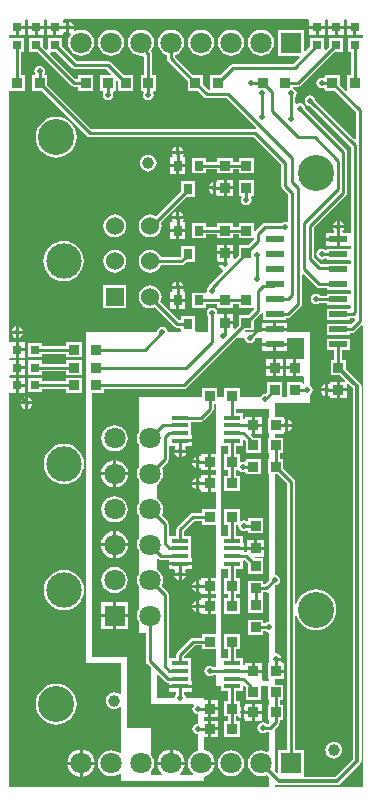
<source format=gtl>
G04*
G04 #@! TF.GenerationSoftware,Altium Limited,Altium Designer,20.0.11 (256)*
G04*
G04 Layer_Physical_Order=1*
G04 Layer_Color=255*
%FSLAX44Y44*%
%MOMM*%
G71*
G01*
G75*
%ADD11C,0.2500*%
%ADD13C,0.3000*%
%ADD14C,1.0000*%
%ADD15R,0.9000X0.9000*%
%ADD16R,1.4500X0.4500*%
%ADD17R,1.5500X0.6000*%
%ADD18R,0.9000X0.9000*%
%ADD19R,0.8000X0.9000*%
%ADD33C,0.5000*%
%ADD34R,0.8000X0.8000*%
%ADD35R,0.8000X0.8000*%
%ADD36C,0.2540*%
%ADD37C,3.0480*%
%ADD38C,3.0000*%
%ADD39R,1.5300X1.5300*%
%ADD40C,1.5300*%
%ADD41R,1.8000X1.8000*%
%ADD42C,1.8000*%
%ADD43R,1.8000X1.8000*%
G36*
X286502Y649540D02*
X286502Y648730D01*
Y644270D01*
X293043D01*
Y643000D01*
X294312D01*
Y636460D01*
X299583Y636460D01*
X300000Y635363D01*
Y634754D01*
X299042Y634000D01*
X298730Y634000D01*
X287043D01*
Y622000D01*
X289686D01*
Y602500D01*
X286500D01*
Y589982D01*
X285261Y589425D01*
X280500Y594186D01*
Y602500D01*
X267500D01*
Y601153D01*
X266230Y600344D01*
X265000Y600588D01*
X263244Y600239D01*
X261756Y599244D01*
X260761Y597756D01*
X260412Y596000D01*
X260761Y594244D01*
X261756Y592756D01*
X263244Y591761D01*
X265000Y591412D01*
X266230Y591656D01*
X267500Y590847D01*
Y589500D01*
X275814D01*
X293686Y571627D01*
Y548659D01*
X292513Y548173D01*
X259564Y581122D01*
X259239Y582756D01*
X258244Y584244D01*
X256756Y585239D01*
X255000Y585588D01*
X253244Y585239D01*
X251756Y584244D01*
X250761Y582756D01*
X250412Y581000D01*
X250761Y579244D01*
X251756Y577756D01*
X253244Y576761D01*
X254878Y576436D01*
X289686Y541627D01*
Y470096D01*
X289290Y468990D01*
X288416Y468990D01*
X282860D01*
X282474Y470260D01*
X282634Y470366D01*
X283748Y472034D01*
X283886Y472730D01*
X274114D01*
X274252Y472034D01*
X275366Y470366D01*
X275526Y470260D01*
X275140Y468990D01*
X268710D01*
Y464720D01*
X279000D01*
Y463450D01*
X280270D01*
Y457910D01*
X288416D01*
X289290Y457910D01*
X289686Y456804D01*
Y456555D01*
X288750Y455750D01*
X288416Y455750D01*
X269250D01*
Y454765D01*
X267980Y454421D01*
X266756Y455239D01*
X265000Y455588D01*
X263244Y455239D01*
X261756Y454244D01*
X260761Y452756D01*
X260412Y451000D01*
X260761Y449244D01*
X261756Y447756D01*
X263244Y446761D01*
X265000Y446412D01*
X266756Y446761D01*
X267980Y447579D01*
X269250Y447235D01*
Y445750D01*
X288416D01*
X288750Y445750D01*
X289564Y445050D01*
Y443750D01*
X288750Y443050D01*
X288416Y443050D01*
X269250D01*
Y442349D01*
X264337D01*
X258314Y448373D01*
Y473628D01*
X285343Y500657D01*
X286061Y501732D01*
X286314Y503000D01*
Y537478D01*
X286061Y538746D01*
X285343Y539821D01*
X250749Y574416D01*
X250424Y576049D01*
X249429Y577538D01*
X247941Y578532D01*
X246185Y578881D01*
X244429Y578532D01*
X243584Y577967D01*
X242314Y578646D01*
Y583859D01*
X243239Y585244D01*
X243588Y587000D01*
X243239Y588756D01*
X242244Y590244D01*
X240756Y591239D01*
X240500Y591290D01*
Y592686D01*
X245000D01*
X246268Y592939D01*
X247343Y593657D01*
X275686Y622000D01*
X283000D01*
Y634000D01*
X271000D01*
Y626686D01*
X268173Y623859D01*
X267000Y624346D01*
Y634000D01*
X255000D01*
Y626686D01*
X251073Y622760D01*
X249900Y623246D01*
Y641000D01*
X227900D01*
Y619000D01*
X245655D01*
X246140Y617827D01*
X240627Y612314D01*
X190000D01*
X188732Y612061D01*
X187657Y611343D01*
X178814Y602500D01*
X170500D01*
Y589653D01*
X169033D01*
X164500Y594186D01*
Y602500D01*
X156186D01*
X140614Y618073D01*
Y619466D01*
X142847Y620392D01*
X145145Y622155D01*
X146909Y624453D01*
X148017Y627128D01*
X148395Y630000D01*
X148017Y632872D01*
X146909Y635547D01*
X145145Y637845D01*
X142847Y639608D01*
X140172Y640717D01*
X137300Y641095D01*
X134428Y640717D01*
X131753Y639608D01*
X129455Y637845D01*
X127691Y635547D01*
X126583Y632872D01*
X126205Y630000D01*
X126583Y627128D01*
X127691Y624453D01*
X129455Y622155D01*
X131753Y620392D01*
X133986Y619466D01*
Y616700D01*
X134239Y615432D01*
X134957Y614357D01*
X151500Y597814D01*
Y589500D01*
X159814D01*
X165318Y583996D01*
X166393Y583278D01*
X167661Y583026D01*
X184288D01*
X209380Y557933D01*
X208755Y556763D01*
X208500Y556814D01*
X69873D01*
X32500Y594186D01*
Y602500D01*
X30601D01*
X29922Y603770D01*
X30239Y604244D01*
X30588Y606000D01*
X30239Y607756D01*
X29244Y609244D01*
X27756Y610239D01*
X26000Y610588D01*
X24244Y610239D01*
X22756Y609244D01*
X21761Y607756D01*
X21412Y606000D01*
X21761Y604244D01*
X22078Y603770D01*
X21399Y602500D01*
X19500D01*
Y589500D01*
X27814D01*
X66157Y551157D01*
X67232Y550439D01*
X68500Y550186D01*
X207127D01*
X230686Y526627D01*
Y509000D01*
X230939Y507732D01*
X231657Y506657D01*
X236686Y501628D01*
Y479028D01*
X235416Y478306D01*
X234000Y478588D01*
X232244Y478239D01*
X230860Y477314D01*
X217000D01*
X215732Y477061D01*
X214657Y476343D01*
X208770Y470456D01*
X208297Y470516D01*
X207500Y470898D01*
Y477500D01*
X194500D01*
Y474314D01*
X189500D01*
Y477500D01*
X176500D01*
Y474314D01*
X167000D01*
Y477500D01*
X155000D01*
Y464500D01*
X167000D01*
Y467686D01*
X176500D01*
Y464500D01*
X189500D01*
Y467686D01*
X194500D01*
Y464500D01*
X207342Y464500D01*
X207575Y463261D01*
X202814Y458500D01*
X194500D01*
Y450186D01*
X191213Y446899D01*
X190040Y447385D01*
Y450730D01*
X183000D01*
X175960D01*
Y444960D01*
X177250D01*
X177817Y444270D01*
X183000D01*
Y441730D01*
X178114D01*
X178252Y441034D01*
X179366Y439366D01*
X180876Y438358D01*
X181352Y437201D01*
X181390Y437076D01*
X170076Y425762D01*
X169358Y424688D01*
X169119Y423487D01*
X168756Y423244D01*
X167761Y421756D01*
X167412Y420000D01*
X167499Y419563D01*
X166415Y418500D01*
X155000D01*
Y405500D01*
X167000D01*
Y408686D01*
X176500D01*
Y405500D01*
X189500D01*
Y408686D01*
X194500D01*
Y405500D01*
X207342Y405500D01*
X207575Y404261D01*
X202814Y399500D01*
X194500D01*
Y391186D01*
X191213Y387900D01*
X190040Y388386D01*
Y391730D01*
X183000D01*
Y393000D01*
X181730D01*
Y400040D01*
X177376D01*
X176588Y401000D01*
X176239Y402756D01*
X175244Y404244D01*
X173756Y405239D01*
X172000Y405588D01*
X170244Y405239D01*
X168756Y404244D01*
X167761Y402756D01*
X167412Y401000D01*
X167761Y399244D01*
X168686Y397859D01*
Y385000D01*
X159063D01*
X158000Y385500D01*
X158000Y386270D01*
Y398500D01*
X146000D01*
Y395314D01*
X143973D01*
X128358Y410928D01*
X129002Y412481D01*
X129333Y415000D01*
X129002Y417519D01*
X128029Y419867D01*
X126482Y421883D01*
X124467Y423429D01*
X122119Y424402D01*
X119600Y424733D01*
X117081Y424402D01*
X114733Y423429D01*
X112718Y421883D01*
X111171Y419867D01*
X110198Y417519D01*
X109867Y415000D01*
X110198Y412481D01*
X111171Y410133D01*
X112718Y408117D01*
X114733Y406571D01*
X117081Y405598D01*
X119600Y405267D01*
X122119Y405598D01*
X123672Y406242D01*
X140257Y389657D01*
X141332Y388939D01*
X142600Y388686D01*
X145102D01*
X146000Y387788D01*
X146000Y385500D01*
X144937Y385000D01*
X134588D01*
X134239Y386756D01*
X133244Y388244D01*
X131756Y389239D01*
X130000Y389588D01*
X128244Y389239D01*
X126756Y388244D01*
X125761Y386756D01*
X125436Y385122D01*
X125314Y385000D01*
X65000D01*
Y105000D01*
X95000D01*
Y78594D01*
X93730Y78194D01*
X92530Y79114D01*
X90827Y79820D01*
X89000Y80060D01*
X87173Y79820D01*
X85470Y79114D01*
X84008Y77993D01*
X82886Y76530D01*
X82180Y74827D01*
X81940Y73000D01*
X82180Y71173D01*
X82886Y69470D01*
X84008Y68008D01*
X85470Y66885D01*
X87173Y66180D01*
X89000Y65940D01*
X90827Y66180D01*
X92530Y66885D01*
X93730Y67806D01*
X95000Y67406D01*
Y28944D01*
X93730Y28317D01*
X92048Y29609D01*
X89372Y30717D01*
X86500Y31095D01*
X83628Y30717D01*
X80953Y29609D01*
X78655Y27845D01*
X76891Y25547D01*
X75783Y22872D01*
X75405Y20000D01*
X75783Y17128D01*
X76891Y14453D01*
X78655Y12155D01*
X80953Y10391D01*
X83628Y9283D01*
X86500Y8905D01*
X89372Y9283D01*
X92048Y10391D01*
X93730Y11683D01*
X95000Y11056D01*
Y5000D01*
X165000D01*
Y8663D01*
X165713Y8757D01*
X168520Y9920D01*
X170930Y11770D01*
X172780Y14180D01*
X173943Y16988D01*
X174172Y18730D01*
X162700D01*
Y21270D01*
X174172D01*
X173943Y23013D01*
X172780Y25820D01*
X170930Y28230D01*
X168520Y30080D01*
X165713Y31243D01*
X165000Y31337D01*
Y41960D01*
X168730D01*
Y49000D01*
Y56040D01*
X165000D01*
Y59002D01*
X168730D01*
Y66042D01*
Y73082D01*
X165000D01*
Y75000D01*
X150139D01*
X149748Y76967D01*
X148634Y78634D01*
X148175Y78940D01*
X148560Y80210D01*
X154790D01*
Y83730D01*
X145000D01*
X135210D01*
Y80210D01*
X141440D01*
X141825Y78940D01*
X141366Y78634D01*
X140252Y76967D01*
X139861Y75000D01*
X125000D01*
Y94654D01*
X126173Y95140D01*
X132157Y89157D01*
X133232Y88439D01*
X134500Y88186D01*
X135210D01*
Y86270D01*
X145000D01*
X154790D01*
Y89790D01*
X154250D01*
Y100250D01*
Y108750D01*
X148314D01*
Y110627D01*
X157373Y119686D01*
X163500D01*
Y116500D01*
X175000D01*
Y101314D01*
X173141D01*
X171756Y102239D01*
X170000Y102588D01*
X168244Y102239D01*
X166756Y101244D01*
X165761Y99756D01*
X165412Y98000D01*
X165761Y96244D01*
X166756Y94756D01*
X168244Y93761D01*
X170000Y93412D01*
X171756Y93761D01*
X173141Y94686D01*
X175000D01*
Y85000D01*
X179750D01*
Y80750D01*
X185686D01*
Y72543D01*
X182500D01*
Y59542D01*
X185686D01*
Y55500D01*
X182500D01*
Y42500D01*
X195500D01*
Y55500D01*
X192314D01*
Y59542D01*
X194249D01*
X194366Y59366D01*
X196033Y58252D01*
X196730Y58114D01*
Y63000D01*
Y67923D01*
X195500Y68802D01*
Y72543D01*
X192314D01*
Y80750D01*
X198250D01*
Y85000D01*
X200314D01*
X200500Y84814D01*
Y73542D01*
X213500D01*
Y85000D01*
X219500D01*
Y73542D01*
X220000D01*
Y69500D01*
X219500D01*
Y56500D01*
X220000D01*
Y53686D01*
X219627Y53314D01*
X218141D01*
X216756Y54239D01*
X215000Y54588D01*
X213244Y54239D01*
X211756Y53244D01*
X210761Y51756D01*
X210412Y50000D01*
X210761Y48244D01*
X211756Y46756D01*
X213244Y45761D01*
X215000Y45412D01*
X216756Y45761D01*
X218141Y46686D01*
X220000D01*
Y30315D01*
X218730Y29740D01*
X216372Y30717D01*
X213500Y31095D01*
X210628Y30717D01*
X207952Y29609D01*
X205655Y27845D01*
X203892Y25547D01*
X202783Y22872D01*
X202405Y20000D01*
X202783Y17128D01*
X203892Y14453D01*
X205655Y12155D01*
X207952Y10391D01*
X210628Y9283D01*
X213500Y8905D01*
X216372Y9283D01*
X218351Y10103D01*
X220000Y8453D01*
Y0D01*
X0D01*
Y332381D01*
X460Y333460D01*
X1270Y333460D01*
X5730D01*
Y340000D01*
Y346540D01*
X896Y346540D01*
X349Y347500D01*
X896Y348460D01*
X5730D01*
Y355000D01*
Y361540D01*
X896Y361540D01*
X349Y362500D01*
X896Y363460D01*
X5730D01*
Y370000D01*
Y376540D01*
X1270D01*
X460Y376540D01*
X0Y377620D01*
Y588437D01*
X500Y589500D01*
X1270Y589500D01*
X13500D01*
Y602500D01*
X10314D01*
Y622000D01*
X12915D01*
Y634000D01*
X1270D01*
X915Y634000D01*
X0Y634857D01*
Y635345D01*
X375Y636460D01*
X1270Y636460D01*
X5645D01*
Y643000D01*
X6915D01*
Y644270D01*
X13455D01*
Y648730D01*
X13455Y649540D01*
X14534Y650000D01*
X15381D01*
X16460Y649540D01*
X16460Y648730D01*
Y644270D01*
X29540D01*
Y648730D01*
X29540Y649540D01*
X30619Y650000D01*
X31381D01*
X32460Y649540D01*
X32460Y648730D01*
Y644270D01*
X39000D01*
Y643000D01*
X40270D01*
Y636460D01*
X45540D01*
Y638491D01*
X46810Y639070D01*
X48033Y638252D01*
X48730Y638114D01*
Y643000D01*
Y647886D01*
X48033Y647748D01*
X46810Y646930D01*
X45540Y647509D01*
X45540Y649540D01*
X46619Y650000D01*
X253381D01*
X254460Y649540D01*
X254460Y648730D01*
Y644270D01*
X267540D01*
Y648730D01*
X267540Y649540D01*
X268619Y650000D01*
X269380D01*
X270460Y649540D01*
X270460Y648730D01*
Y644270D01*
X283540D01*
Y648730D01*
X283540Y649540D01*
X284619Y650000D01*
X285423D01*
X286502Y649540D01*
D02*
G37*
G36*
X260307Y423007D02*
X261382Y422289D01*
X262650Y422036D01*
X269250D01*
Y420350D01*
X288416D01*
X288750Y420350D01*
X289564Y419650D01*
Y418350D01*
X288750Y417650D01*
X288416Y417650D01*
X269250D01*
Y415964D01*
X263432D01*
X263244Y416244D01*
X261756Y417239D01*
X260000Y417588D01*
X258244Y417239D01*
X256756Y416244D01*
X255761Y414756D01*
X255412Y413000D01*
X255761Y411244D01*
X256756Y409756D01*
X258244Y408761D01*
X260000Y408412D01*
X261756Y408761D01*
X262617Y409336D01*
X269250D01*
Y407650D01*
X288416D01*
X288750Y407650D01*
X289564Y406950D01*
Y405883D01*
X288583Y404950D01*
X269250D01*
Y394950D01*
X288750D01*
Y396636D01*
X290950D01*
X292218Y396889D01*
X292269Y396922D01*
X293384Y396358D01*
X293496Y395182D01*
X290020Y391706D01*
X288750Y392232D01*
Y392250D01*
X269250D01*
Y382250D01*
X288750D01*
Y383936D01*
X290250D01*
X291518Y384189D01*
X292593Y384907D01*
X298730Y391044D01*
X300000Y390518D01*
Y0D01*
X225000D01*
Y1826D01*
X226270Y2281D01*
X227134Y1703D01*
X228500Y1431D01*
X278000D01*
X279366Y1703D01*
X280523Y2477D01*
X297523Y19477D01*
X298297Y20634D01*
X298569Y22000D01*
Y339000D01*
X298297Y340366D01*
X297523Y341523D01*
X285500Y353547D01*
Y361500D01*
X282314D01*
Y369550D01*
X288750D01*
Y379550D01*
X269250D01*
Y369550D01*
X275686D01*
Y361500D01*
X272500D01*
Y348500D01*
X280453D01*
X284740Y344213D01*
X284254Y343040D01*
X280270D01*
Y337270D01*
X286040D01*
Y341254D01*
X287213Y341740D01*
X291431Y337522D01*
Y23478D01*
X276522Y8569D01*
X250991D01*
X249900Y9000D01*
Y31000D01*
X242214D01*
Y144869D01*
X243484Y145057D01*
X243995Y143371D01*
X245596Y140376D01*
X247750Y137751D01*
X250376Y135596D01*
X253371Y133995D01*
X256620Y133010D01*
X260000Y132677D01*
X263380Y133010D01*
X266629Y133995D01*
X269624Y135596D01*
X272250Y137751D01*
X274404Y140376D01*
X276005Y143371D01*
X276991Y146620D01*
X277323Y150000D01*
X276991Y153380D01*
X276005Y156629D01*
X274404Y159624D01*
X272250Y162250D01*
X269624Y164404D01*
X266629Y166005D01*
X263380Y166991D01*
X260000Y167323D01*
X256620Y166991D01*
X253371Y166005D01*
X250376Y164404D01*
X247750Y162250D01*
X245596Y159624D01*
X243995Y156629D01*
X243484Y154943D01*
X242214Y155131D01*
Y258100D01*
X241961Y259368D01*
X241243Y260443D01*
X232500Y269186D01*
Y277500D01*
X229314D01*
Y282500D01*
X232500D01*
Y295500D01*
X225000D01*
Y299002D01*
X233040D01*
Y300250D01*
X233730Y300816D01*
Y306000D01*
Y311183D01*
X233040Y311750D01*
Y313083D01*
X225000D01*
Y325000D01*
X255000D01*
Y331943D01*
X255634Y332366D01*
X256748Y334034D01*
X257139Y336000D01*
X256748Y337966D01*
X255634Y339634D01*
X255000Y340057D01*
Y385000D01*
X235290D01*
Y385980D01*
X225000D01*
X214710D01*
Y385000D01*
X204697D01*
X204000Y385139D01*
X203302Y385000D01*
X200624D01*
X199945Y386270D01*
X200099Y386500D01*
X207500D01*
Y394814D01*
X213343Y400657D01*
X215036Y400906D01*
X215250Y400749D01*
Y394950D01*
X234750D01*
Y396636D01*
X235950D01*
X237218Y396889D01*
X238293Y397607D01*
X247343Y406657D01*
X248061Y407732D01*
X248314Y409000D01*
Y433341D01*
X249487Y433827D01*
X260307Y423007D01*
D02*
G37*
G36*
X250000Y362788D02*
X249040Y362040D01*
X248730Y362040D01*
X243270D01*
Y355000D01*
Y347960D01*
X248730D01*
X249040Y347960D01*
X250000Y347212D01*
Y341239D01*
X249770Y341101D01*
X248500Y341821D01*
Y342500D01*
X235500D01*
Y330000D01*
X231457D01*
Y342500D01*
X218458D01*
Y334186D01*
X216824Y332553D01*
X215244Y332239D01*
X213756Y331244D01*
X212924Y330000D01*
X195500D01*
Y337500D01*
X182500D01*
Y330000D01*
X176500D01*
Y337500D01*
X163500D01*
Y330000D01*
X110000D01*
Y300689D01*
X109892Y300548D01*
X108783Y297872D01*
X108405Y295000D01*
X108783Y292129D01*
X109892Y289453D01*
X110000Y289311D01*
Y270689D01*
X109892Y270548D01*
X108783Y267872D01*
X108405Y265000D01*
X108783Y262129D01*
X109892Y259453D01*
X110000Y259311D01*
Y240689D01*
X109892Y240548D01*
X108783Y237872D01*
X108405Y235000D01*
X108783Y232129D01*
X109892Y229453D01*
X110000Y229311D01*
Y210689D01*
X109892Y210548D01*
X108783Y207872D01*
X108405Y205000D01*
X108783Y202129D01*
X109892Y199453D01*
X110000Y199311D01*
Y180689D01*
X109892Y180548D01*
X108783Y177872D01*
X108405Y175000D01*
X108783Y172129D01*
X109892Y169453D01*
X110000Y169311D01*
Y150689D01*
X109892Y150548D01*
X108783Y147872D01*
X108405Y145000D01*
X108783Y142128D01*
X109892Y139453D01*
X110000Y139311D01*
Y130000D01*
X116186D01*
Y106500D01*
X116439Y105232D01*
X117157Y104157D01*
X120000Y101314D01*
Y70000D01*
X155775D01*
X156412Y68730D01*
X155761Y67756D01*
X155412Y66000D01*
X155761Y64244D01*
X156756Y62756D01*
X158244Y61761D01*
X160000Y61412D01*
Y53588D01*
X158244Y53239D01*
X156756Y52244D01*
X155761Y50756D01*
X155412Y49000D01*
X155761Y47244D01*
X156756Y45756D01*
X158244Y44761D01*
X160000Y44412D01*
Y30739D01*
X159828Y30717D01*
X157153Y29609D01*
X154855Y27845D01*
X153091Y25547D01*
X151983Y22872D01*
X151605Y20000D01*
X151983Y17128D01*
X153091Y14453D01*
X154855Y12155D01*
X156008Y11270D01*
X155577Y10000D01*
X145200D01*
X144791Y11203D01*
X145530Y11770D01*
X147380Y14180D01*
X148543Y16988D01*
X148772Y18730D01*
X125828D01*
X126057Y16988D01*
X127220Y14180D01*
X129070Y11770D01*
X129809Y11203D01*
X129400Y10000D01*
X120000D01*
Y12487D01*
X121509Y14453D01*
X122617Y17128D01*
X122995Y20000D01*
X122617Y22872D01*
X121509Y25547D01*
X120000Y27513D01*
Y50000D01*
X100000D01*
Y110000D01*
X70000D01*
Y333500D01*
X80500D01*
Y336686D01*
X148000D01*
X149268Y336939D01*
X150343Y337657D01*
X192686Y380000D01*
X199412D01*
X199761Y378244D01*
X200756Y376756D01*
X202244Y375761D01*
X204000Y375412D01*
X205756Y375761D01*
X207244Y376756D01*
X208239Y378244D01*
X208564Y379878D01*
X208686Y380000D01*
X214710D01*
Y375820D01*
X225000D01*
X235290D01*
Y380000D01*
X250000D01*
Y362788D01*
D02*
G37*
G36*
X175000Y282040D02*
X171270D01*
Y275000D01*
Y267960D01*
X175000D01*
Y264040D01*
X171270D01*
Y257000D01*
Y249960D01*
X175000D01*
Y235042D01*
X163500D01*
Y231856D01*
X155543D01*
X154275Y231604D01*
X153200Y230886D01*
X142657Y220343D01*
X141939Y219268D01*
X141686Y218000D01*
Y212750D01*
X135750D01*
X135314Y213839D01*
Y222500D01*
X135061Y223768D01*
X134343Y224843D01*
X129292Y229895D01*
X130217Y232129D01*
X130595Y235000D01*
X130217Y237872D01*
X129108Y240548D01*
X127345Y242845D01*
X125048Y244608D01*
X125000Y244628D01*
Y255372D01*
X125048Y255392D01*
X127345Y257155D01*
X129108Y259453D01*
X130217Y262129D01*
X130595Y265000D01*
X130217Y267872D01*
X129292Y270105D01*
X134343Y275157D01*
X135061Y276232D01*
X135314Y277500D01*
Y288253D01*
X140253D01*
X140931Y286982D01*
X140252Y285966D01*
X140114Y285270D01*
X149886D01*
X149748Y285966D01*
X149069Y286982D01*
X149747Y288253D01*
X154790D01*
Y291772D01*
X145000D01*
Y294312D01*
X154790D01*
Y297833D01*
X154250D01*
Y309229D01*
X162542D01*
X163811Y309481D01*
X164886Y310199D01*
X172343Y317657D01*
X173061Y318732D01*
X173314Y320000D01*
Y324500D01*
X175000D01*
Y282040D01*
D02*
G37*
G36*
X220000Y312542D02*
X219500D01*
Y299543D01*
X220000D01*
Y295500D01*
X219500D01*
Y282500D01*
X220000D01*
Y277500D01*
X219500D01*
Y264500D01*
X220000D01*
Y174686D01*
X216770Y171456D01*
X215500Y171658D01*
Y174500D01*
X202500D01*
Y161500D01*
X202500D01*
Y160500D01*
X202500D01*
Y147500D01*
X215500D01*
Y160500D01*
X215500D01*
Y161500D01*
X215500D01*
Y164686D01*
X218000D01*
X218730Y164832D01*
X219733Y164266D01*
X220000Y164016D01*
Y139588D01*
X218244Y139239D01*
X216859Y138314D01*
X215500D01*
Y141500D01*
X202500D01*
Y128500D01*
X215500D01*
Y131686D01*
X216859D01*
X218244Y130761D01*
X220000Y130412D01*
Y104500D01*
X219500D01*
Y91500D01*
X220000D01*
Y90000D01*
X214788D01*
X214040Y90960D01*
Y96730D01*
X207000D01*
Y98000D01*
X205730D01*
Y105040D01*
X199960D01*
Y104186D01*
X198690Y103529D01*
X198250Y103841D01*
Y108750D01*
X192314D01*
Y116500D01*
X195500D01*
Y129500D01*
X182500D01*
Y116500D01*
X185686D01*
Y108750D01*
X180000D01*
Y184750D01*
X185686D01*
Y176542D01*
X182500D01*
Y163542D01*
X185686D01*
Y159500D01*
X182500D01*
Y146500D01*
X195500D01*
Y159500D01*
X192314D01*
Y163542D01*
X195500D01*
Y176542D01*
X192314D01*
Y184750D01*
X198250D01*
Y191268D01*
X199520Y191794D01*
X202500Y188814D01*
Y180500D01*
X215500D01*
Y193500D01*
X208155D01*
X208029Y193690D01*
X208707Y194960D01*
X216040D01*
Y200730D01*
X201960D01*
Y199818D01*
X201928Y199721D01*
X200690Y198776D01*
X200500Y198814D01*
X198790D01*
Y200730D01*
X189000D01*
Y203270D01*
X198790D01*
Y206790D01*
X198250D01*
Y212750D01*
X192314D01*
Y222043D01*
X193618D01*
X194424Y221061D01*
X194412Y221000D01*
X194761Y219244D01*
X195756Y217756D01*
X197244Y216761D01*
X199000Y216412D01*
X200756Y216761D01*
X201230Y217078D01*
X202500Y216399D01*
Y214500D01*
X215500D01*
Y227500D01*
X202500D01*
Y225601D01*
X201230Y224922D01*
X200756Y225239D01*
X199000Y225588D01*
X197244Y225239D01*
X196770Y224922D01*
X195500Y225601D01*
Y235042D01*
X182500D01*
Y222043D01*
X185686D01*
Y212750D01*
X180000D01*
Y288792D01*
X185686D01*
Y281500D01*
X182500D01*
Y268500D01*
X185686D01*
Y263500D01*
X182500D01*
Y250500D01*
X195500D01*
Y263500D01*
X192314D01*
Y268500D01*
X194258D01*
X194756Y267756D01*
X196244Y266761D01*
X198000Y266412D01*
X199230Y266656D01*
X200500Y265847D01*
Y264500D01*
X213500D01*
Y277500D01*
X200500D01*
Y276153D01*
X199230Y275343D01*
X198000Y275588D01*
X196770Y275343D01*
X195500Y276153D01*
Y281500D01*
X192314D01*
Y288792D01*
X198250D01*
Y293405D01*
X199423Y293890D01*
X200436Y292878D01*
Y292250D01*
X200500Y291930D01*
Y282500D01*
X213500D01*
Y295500D01*
X206815D01*
X206811Y295518D01*
X206093Y296593D01*
X204857Y297829D01*
X205343Y299002D01*
X205730D01*
Y306042D01*
Y313083D01*
X199960D01*
Y312228D01*
X198690Y311572D01*
X198250Y311884D01*
Y316793D01*
X192314D01*
Y320000D01*
X220000D01*
Y312542D01*
D02*
G37*
G36*
X163500Y222043D02*
X175000D01*
Y177083D01*
X171270D01*
Y170042D01*
Y163002D01*
X175000D01*
Y160040D01*
X171270D01*
Y153000D01*
Y145960D01*
X175000D01*
Y129500D01*
X163500D01*
Y126314D01*
X156000D01*
X154732Y126061D01*
X153657Y125343D01*
X142657Y114343D01*
X141939Y113268D01*
X141686Y112000D01*
Y108750D01*
X135750D01*
X135314Y109839D01*
Y162500D01*
X135061Y163768D01*
X134343Y164843D01*
X129292Y169895D01*
X130217Y172129D01*
X130595Y175000D01*
X130217Y177872D01*
X129108Y180548D01*
X127345Y182845D01*
X125048Y184608D01*
X125000Y184628D01*
Y193155D01*
X126173Y193640D01*
X126657Y193157D01*
X127732Y192439D01*
X129000Y192186D01*
X135210D01*
Y190270D01*
X145000D01*
X154790D01*
Y193790D01*
X154250D01*
Y204250D01*
Y212750D01*
X148314D01*
Y216628D01*
X156915Y225229D01*
X163500D01*
Y222043D01*
D02*
G37*
G36*
X235586Y256727D02*
Y31000D01*
X227900D01*
Y12306D01*
X226727Y11820D01*
X225000Y13547D01*
Y49314D01*
X228343Y52657D01*
X229061Y53732D01*
X229314Y55000D01*
Y56500D01*
X232500D01*
Y69500D01*
X229314D01*
Y73542D01*
X232500D01*
Y86543D01*
X225000D01*
Y90960D01*
X233040D01*
Y96730D01*
X226000D01*
Y99270D01*
X233040D01*
Y105040D01*
X231495D01*
X230803Y106310D01*
X230886Y106730D01*
X226000D01*
Y109270D01*
X230886D01*
X230748Y109966D01*
X229634Y111634D01*
X227966Y112748D01*
X226000Y113139D01*
X225982Y113135D01*
X225000Y113941D01*
Y134303D01*
X225139Y135000D01*
X225000Y135697D01*
Y170314D01*
X225122Y170436D01*
X226756Y170761D01*
X228244Y171756D01*
X229239Y173244D01*
X229588Y175000D01*
X229239Y176756D01*
X228244Y178244D01*
X226756Y179239D01*
X225000Y179588D01*
Y264500D01*
X227814D01*
X235586Y256727D01*
D02*
G37*
%LPC*%
G36*
X51270Y647886D02*
Y644270D01*
X54886D01*
X54748Y644967D01*
X53634Y646634D01*
X51967Y647748D01*
X51270Y647886D01*
D02*
G37*
G36*
X283540Y641730D02*
X278270D01*
Y636460D01*
X283540D01*
Y641730D01*
D02*
G37*
G36*
X275730D02*
X270460D01*
Y636460D01*
X275730D01*
Y641730D01*
D02*
G37*
G36*
X267540D02*
X262270D01*
Y636460D01*
X267540D01*
Y641730D01*
D02*
G37*
G36*
X259730D02*
X254460D01*
Y636460D01*
X259730D01*
Y641730D01*
D02*
G37*
G36*
X37730D02*
X32460D01*
Y636460D01*
X37730D01*
Y641730D01*
D02*
G37*
G36*
X29540D02*
X24270D01*
Y636460D01*
X29540D01*
Y641730D01*
D02*
G37*
G36*
X21730D02*
X16460D01*
Y636460D01*
X21730D01*
Y641730D01*
D02*
G37*
G36*
X13455D02*
X8185D01*
Y636460D01*
X13455D01*
Y641730D01*
D02*
G37*
G36*
X291772D02*
X286502D01*
Y636460D01*
X291772D01*
Y641730D01*
D02*
G37*
G36*
X45000Y634000D02*
X33000D01*
Y624346D01*
X31827Y623859D01*
X29000Y626686D01*
Y634000D01*
X17000D01*
Y622000D01*
X24314D01*
X52657Y593657D01*
X53732Y592939D01*
X55000Y592686D01*
X58500D01*
Y589500D01*
X71500D01*
Y602500D01*
X58500D01*
Y599314D01*
X56373D01*
X34859Y620827D01*
X35345Y622000D01*
X40314D01*
X53657Y608657D01*
X54732Y607939D01*
X56000Y607686D01*
X82627D01*
X86641Y603673D01*
X86154Y602500D01*
X77500D01*
Y589500D01*
X79399D01*
X80078Y588230D01*
X79761Y587756D01*
X79412Y586000D01*
X79761Y584244D01*
X80756Y582756D01*
X82244Y581761D01*
X84000Y581412D01*
X85756Y581761D01*
X87244Y582756D01*
X88239Y584244D01*
X88588Y586000D01*
X88239Y587756D01*
X87922Y588230D01*
X88601Y589500D01*
X90500D01*
Y598068D01*
X91609Y598542D01*
X92500Y597808D01*
Y589500D01*
X105500D01*
Y602500D01*
X97186D01*
X86343Y613343D01*
X85268Y614061D01*
X84000Y614314D01*
X57373D01*
X45000Y626686D01*
Y634000D01*
D02*
G37*
G36*
X213500Y641095D02*
X210628Y640717D01*
X207952Y639608D01*
X205655Y637845D01*
X203892Y635547D01*
X202783Y632872D01*
X202405Y630000D01*
X202783Y627128D01*
X203892Y624453D01*
X205655Y622155D01*
X207952Y620392D01*
X210628Y619283D01*
X213500Y618905D01*
X216372Y619283D01*
X219048Y620392D01*
X221345Y622155D01*
X223109Y624453D01*
X224217Y627128D01*
X224595Y630000D01*
X224217Y632872D01*
X223109Y635547D01*
X221345Y637845D01*
X219048Y639608D01*
X216372Y640717D01*
X213500Y641095D01*
D02*
G37*
G36*
X188100D02*
X185228Y640717D01*
X182553Y639608D01*
X180255Y637845D01*
X178491Y635547D01*
X177383Y632872D01*
X177005Y630000D01*
X177383Y627128D01*
X178491Y624453D01*
X180255Y622155D01*
X182553Y620392D01*
X185228Y619283D01*
X188100Y618905D01*
X190972Y619283D01*
X193647Y620392D01*
X195945Y622155D01*
X197708Y624453D01*
X198817Y627128D01*
X199195Y630000D01*
X198817Y632872D01*
X197708Y635547D01*
X195945Y637845D01*
X193647Y639608D01*
X190972Y640717D01*
X188100Y641095D01*
D02*
G37*
G36*
X162700D02*
X159828Y640717D01*
X157153Y639608D01*
X154855Y637845D01*
X153091Y635547D01*
X151983Y632872D01*
X151605Y630000D01*
X151983Y627128D01*
X153091Y624453D01*
X154855Y622155D01*
X157153Y620392D01*
X159828Y619283D01*
X162700Y618905D01*
X165572Y619283D01*
X168248Y620392D01*
X170545Y622155D01*
X172309Y624453D01*
X173417Y627128D01*
X173795Y630000D01*
X173417Y632872D01*
X172309Y635547D01*
X170545Y637845D01*
X168248Y639608D01*
X165572Y640717D01*
X162700Y641095D01*
D02*
G37*
G36*
X86500D02*
X83628Y640717D01*
X80953Y639608D01*
X78655Y637845D01*
X76891Y635547D01*
X75783Y632872D01*
X75405Y630000D01*
X75783Y627128D01*
X76891Y624453D01*
X78655Y622155D01*
X80953Y620392D01*
X83628Y619283D01*
X86500Y618905D01*
X89372Y619283D01*
X92048Y620392D01*
X94345Y622155D01*
X96109Y624453D01*
X97217Y627128D01*
X97595Y630000D01*
X97217Y632872D01*
X96109Y635547D01*
X94345Y637845D01*
X92048Y639608D01*
X89372Y640717D01*
X86500Y641095D01*
D02*
G37*
G36*
X54886Y641730D02*
X51270D01*
Y638114D01*
X51967Y638252D01*
X52846Y637313D01*
X51491Y635547D01*
X50383Y632872D01*
X50005Y630000D01*
X50383Y627128D01*
X51491Y624453D01*
X53255Y622155D01*
X55553Y620392D01*
X58228Y619283D01*
X61100Y618905D01*
X63972Y619283D01*
X66648Y620392D01*
X68945Y622155D01*
X70708Y624453D01*
X71817Y627128D01*
X72195Y630000D01*
X71817Y632872D01*
X70708Y635547D01*
X68945Y637845D01*
X66648Y639608D01*
X63972Y640717D01*
X61100Y641095D01*
X58228Y640717D01*
X55553Y639608D01*
X55081Y639247D01*
X54142Y640127D01*
X54748Y641033D01*
X54886Y641730D01*
D02*
G37*
G36*
X111900Y641095D02*
X109028Y640717D01*
X106353Y639608D01*
X104055Y637845D01*
X102291Y635547D01*
X101183Y632872D01*
X100805Y630000D01*
X101183Y627128D01*
X102291Y624453D01*
X104055Y622155D01*
X106353Y620392D01*
X109028Y619283D01*
X111900Y618905D01*
X113731Y619146D01*
X114686Y618309D01*
Y602500D01*
X111500D01*
Y589500D01*
X113399D01*
X114078Y588230D01*
X113761Y587756D01*
X113412Y586000D01*
X113761Y584244D01*
X114756Y582756D01*
X116244Y581761D01*
X118000Y581412D01*
X119756Y581761D01*
X121244Y582756D01*
X122239Y584244D01*
X122588Y586000D01*
X122239Y587756D01*
X121922Y588230D01*
X122601Y589500D01*
X124500D01*
Y602500D01*
X121314D01*
Y620785D01*
X121061Y622054D01*
X120413Y623024D01*
X121509Y624453D01*
X122617Y627128D01*
X122995Y630000D01*
X122617Y632872D01*
X121509Y635547D01*
X119745Y637845D01*
X117448Y639608D01*
X114772Y640717D01*
X111900Y641095D01*
D02*
G37*
G36*
X144270Y541886D02*
Y538270D01*
X147886D01*
X147748Y538966D01*
X146634Y540634D01*
X144966Y541748D01*
X144270Y541886D01*
D02*
G37*
G36*
X141730D02*
X141033Y541748D01*
X139366Y540634D01*
X138252Y538966D01*
X138114Y538270D01*
X141730D01*
Y541886D01*
D02*
G37*
G36*
X40000Y567323D02*
X36620Y566991D01*
X33371Y566005D01*
X30376Y564404D01*
X27750Y562249D01*
X25596Y559624D01*
X23995Y556629D01*
X23010Y553380D01*
X22677Y550000D01*
X23010Y546620D01*
X23995Y543371D01*
X25596Y540376D01*
X27750Y537751D01*
X30376Y535596D01*
X33371Y533995D01*
X36620Y533009D01*
X40000Y532677D01*
X43380Y533009D01*
X46629Y533995D01*
X49624Y535596D01*
X52249Y537751D01*
X54404Y540376D01*
X56005Y543371D01*
X56990Y546620D01*
X57323Y550000D01*
X56990Y553380D01*
X56005Y556629D01*
X54404Y559624D01*
X52249Y562249D01*
X49624Y564404D01*
X46629Y566005D01*
X43380Y566991D01*
X40000Y567323D01*
D02*
G37*
G36*
X207500Y532500D02*
X194500D01*
Y529314D01*
X189500D01*
Y532500D01*
X176500D01*
Y529314D01*
X167000D01*
Y532500D01*
X155000D01*
Y519500D01*
X167000D01*
Y522686D01*
X176500D01*
Y519500D01*
X189500D01*
Y522686D01*
X194500D01*
Y519500D01*
X207500D01*
Y532500D01*
D02*
G37*
G36*
X147886Y535730D02*
X138114D01*
X138252Y535033D01*
X138736Y534310D01*
X138057Y533040D01*
X136460D01*
Y527270D01*
X149540D01*
Y533040D01*
X147943D01*
X147264Y534310D01*
X147748Y535033D01*
X147886Y535730D01*
D02*
G37*
G36*
X118000Y535060D02*
X116173Y534820D01*
X114470Y534114D01*
X113007Y532992D01*
X111885Y531530D01*
X111180Y529827D01*
X110940Y528000D01*
X111180Y526173D01*
X111885Y524470D01*
X113007Y523008D01*
X114470Y521885D01*
X116173Y521180D01*
X118000Y520940D01*
X119827Y521180D01*
X121530Y521885D01*
X122992Y523008D01*
X124114Y524470D01*
X124820Y526173D01*
X125060Y528000D01*
X124820Y529827D01*
X124114Y531530D01*
X122992Y532992D01*
X121530Y534114D01*
X119827Y534820D01*
X118000Y535060D01*
D02*
G37*
G36*
X149540Y524730D02*
X144270D01*
Y518960D01*
X149540D01*
Y524730D01*
D02*
G37*
G36*
X141730D02*
X136460D01*
Y518960D01*
X141730D01*
Y524730D01*
D02*
G37*
G36*
X190040Y514040D02*
X184270D01*
Y508270D01*
X190040D01*
Y514040D01*
D02*
G37*
G36*
X172730Y511886D02*
X172034Y511748D01*
X170366Y510634D01*
X169252Y508966D01*
X169114Y508270D01*
X172730D01*
Y511886D01*
D02*
G37*
G36*
Y505730D02*
X169114D01*
X169252Y505033D01*
X170366Y503366D01*
X172034Y502252D01*
X172730Y502114D01*
Y505730D01*
D02*
G37*
G36*
X190040D02*
X184270D01*
Y499960D01*
X190040D01*
Y505730D01*
D02*
G37*
G36*
X181730Y514040D02*
X175960D01*
Y512750D01*
X175270Y512184D01*
Y507000D01*
Y501816D01*
X175960Y501250D01*
Y499960D01*
X181730D01*
Y507000D01*
Y514040D01*
D02*
G37*
G36*
X207500Y513500D02*
X194500D01*
Y500500D01*
X196399D01*
X197078Y499230D01*
X196761Y498756D01*
X196412Y497000D01*
X196761Y495244D01*
X197756Y493756D01*
X199244Y492761D01*
X201000Y492412D01*
X202756Y492761D01*
X204244Y493756D01*
X205239Y495244D01*
X205588Y497000D01*
X205239Y498756D01*
X204922Y499230D01*
X205601Y500500D01*
X207500D01*
Y513500D01*
D02*
G37*
G36*
X158000Y512500D02*
X146000D01*
Y504686D01*
X124623Y483309D01*
X124467Y483429D01*
X122119Y484402D01*
X119600Y484733D01*
X117081Y484402D01*
X114733Y483429D01*
X112718Y481883D01*
X111171Y479867D01*
X110198Y477519D01*
X109867Y475000D01*
X110198Y472481D01*
X111171Y470133D01*
X112718Y468118D01*
X114733Y466571D01*
X117081Y465598D01*
X119600Y465267D01*
X122119Y465598D01*
X124467Y466571D01*
X126482Y468118D01*
X128029Y470133D01*
X129002Y472481D01*
X129333Y475000D01*
X129002Y477519D01*
X128768Y478082D01*
X150186Y499500D01*
X158000D01*
Y512500D01*
D02*
G37*
G36*
X144270Y486886D02*
Y483270D01*
X147886D01*
X147748Y483966D01*
X146634Y485634D01*
X144966Y486748D01*
X144270Y486886D01*
D02*
G37*
G36*
X141730D02*
X141033Y486748D01*
X139366Y485634D01*
X138252Y483966D01*
X138114Y483270D01*
X141730D01*
Y486886D01*
D02*
G37*
G36*
X280270Y478886D02*
Y475270D01*
X283886D01*
X283748Y475966D01*
X282634Y477634D01*
X280966Y478748D01*
X280270Y478886D01*
D02*
G37*
G36*
X277730D02*
X277034Y478748D01*
X275366Y477634D01*
X274252Y475966D01*
X274114Y475270D01*
X277730D01*
Y478886D01*
D02*
G37*
G36*
X147886Y480730D02*
X138114D01*
X138252Y480033D01*
X138736Y479310D01*
X138057Y478040D01*
X136460D01*
Y472270D01*
X149540D01*
Y478040D01*
X147943D01*
X147264Y479310D01*
X147748Y480033D01*
X147886Y480730D01*
D02*
G37*
G36*
X89600Y484733D02*
X87081Y484402D01*
X84733Y483429D01*
X82718Y481883D01*
X81171Y479867D01*
X80198Y477519D01*
X79867Y475000D01*
X80198Y472481D01*
X81171Y470133D01*
X82718Y468118D01*
X84733Y466571D01*
X87081Y465598D01*
X89600Y465267D01*
X92119Y465598D01*
X94467Y466571D01*
X96482Y468118D01*
X98029Y470133D01*
X99002Y472481D01*
X99333Y475000D01*
X99002Y477519D01*
X98029Y479867D01*
X96482Y481883D01*
X94467Y483429D01*
X92119Y484402D01*
X89600Y484733D01*
D02*
G37*
G36*
X149540Y469730D02*
X144270D01*
Y463960D01*
X149540D01*
Y469730D01*
D02*
G37*
G36*
X141730D02*
X136460D01*
Y463960D01*
X141730D01*
Y469730D01*
D02*
G37*
G36*
X277730Y462180D02*
X268710D01*
Y457910D01*
X277730D01*
Y462180D01*
D02*
G37*
G36*
X190040Y459040D02*
X184270D01*
Y453270D01*
X190040D01*
Y459040D01*
D02*
G37*
G36*
X181730D02*
X175960D01*
Y453270D01*
X181730D01*
Y459040D01*
D02*
G37*
G36*
X158000Y457500D02*
X146000D01*
Y449686D01*
X144627Y448314D01*
X128673D01*
X128029Y449867D01*
X126482Y451883D01*
X124467Y453429D01*
X122119Y454402D01*
X119600Y454733D01*
X117081Y454402D01*
X114733Y453429D01*
X112718Y451883D01*
X111171Y449867D01*
X110198Y447519D01*
X109867Y445000D01*
X110198Y442481D01*
X111171Y440133D01*
X112718Y438117D01*
X114733Y436571D01*
X117081Y435598D01*
X119600Y435267D01*
X122119Y435598D01*
X124467Y436571D01*
X126482Y438117D01*
X128029Y440133D01*
X128673Y441686D01*
X146000D01*
X147268Y441939D01*
X148343Y442657D01*
X150186Y444500D01*
X158000D01*
Y457500D01*
D02*
G37*
G36*
X89600Y454733D02*
X87081Y454402D01*
X84733Y453429D01*
X82718Y451883D01*
X81171Y449867D01*
X80198Y447519D01*
X79867Y445000D01*
X80198Y442481D01*
X81171Y440133D01*
X82718Y438117D01*
X84733Y436571D01*
X87081Y435598D01*
X89600Y435267D01*
X92119Y435598D01*
X94467Y436571D01*
X96482Y438117D01*
X98029Y440133D01*
X99002Y442481D01*
X99333Y445000D01*
X99002Y447519D01*
X98029Y449867D01*
X96482Y451883D01*
X94467Y453429D01*
X92119Y454402D01*
X89600Y454733D01*
D02*
G37*
G36*
X46400Y462082D02*
X43067Y461754D01*
X39863Y460782D01*
X36910Y459203D01*
X34321Y457079D01*
X32197Y454490D01*
X30618Y451537D01*
X29646Y448333D01*
X29318Y445000D01*
X29646Y441667D01*
X30618Y438463D01*
X32197Y435510D01*
X34321Y432921D01*
X36910Y430797D01*
X39863Y429218D01*
X43067Y428246D01*
X46400Y427918D01*
X49733Y428246D01*
X52937Y429218D01*
X55890Y430797D01*
X58479Y432921D01*
X60603Y435510D01*
X62182Y438463D01*
X63154Y441667D01*
X63482Y445000D01*
X63154Y448333D01*
X62182Y451537D01*
X60603Y454490D01*
X58479Y457079D01*
X55890Y459203D01*
X52937Y460782D01*
X49733Y461754D01*
X46400Y462082D01*
D02*
G37*
G36*
X144270Y427886D02*
Y424270D01*
X147886D01*
X147748Y424967D01*
X146634Y426634D01*
X144966Y427748D01*
X144270Y427886D01*
D02*
G37*
G36*
X141730D02*
X141033Y427748D01*
X139366Y426634D01*
X138252Y424967D01*
X138114Y424270D01*
X141730D01*
Y427886D01*
D02*
G37*
G36*
X147886Y421730D02*
X138114D01*
X138252Y421034D01*
X138736Y420310D01*
X138057Y419040D01*
X136460D01*
Y413270D01*
X149540D01*
Y419040D01*
X147943D01*
X147264Y420310D01*
X147748Y421034D01*
X147886Y421730D01*
D02*
G37*
G36*
X99250Y424650D02*
X79950D01*
Y405350D01*
X99250D01*
Y424650D01*
D02*
G37*
G36*
X149540Y410730D02*
X144270D01*
Y404960D01*
X149540D01*
Y410730D01*
D02*
G37*
G36*
X141730D02*
X136460D01*
Y404960D01*
X141730D01*
Y410730D01*
D02*
G37*
G36*
X190040Y400040D02*
X184270D01*
Y394270D01*
X190040D01*
Y400040D01*
D02*
G37*
G36*
X8270Y389886D02*
Y386270D01*
X11886D01*
X11748Y386967D01*
X10634Y388634D01*
X8967Y389748D01*
X8270Y389886D01*
D02*
G37*
G36*
X5730D02*
X5034Y389748D01*
X3366Y388634D01*
X2252Y386967D01*
X2114Y386270D01*
X5730D01*
Y389886D01*
D02*
G37*
G36*
X11886Y383730D02*
X8270D01*
Y380114D01*
X8967Y380252D01*
X10634Y381366D01*
X11748Y383033D01*
X11886Y383730D01*
D02*
G37*
G36*
X5730D02*
X2114D01*
X2252Y383033D01*
X3366Y381366D01*
X5034Y380252D01*
X5730Y380114D01*
Y383730D01*
D02*
G37*
G36*
X61500Y376500D02*
X48500D01*
Y373334D01*
X28000D01*
Y376000D01*
X16000D01*
Y364000D01*
X28000D01*
Y366666D01*
X48500D01*
Y363500D01*
X61500D01*
Y376500D01*
D02*
G37*
G36*
X8270Y376540D02*
Y371270D01*
X13540D01*
Y376540D01*
X8270D01*
D02*
G37*
G36*
X13540Y368730D02*
X8270D01*
Y363460D01*
X13540D01*
Y368730D01*
D02*
G37*
G36*
X61500Y361500D02*
X48500D01*
Y358334D01*
X28000D01*
Y361000D01*
X16000D01*
Y349000D01*
X28000D01*
Y351666D01*
X48500D01*
Y348500D01*
X61500D01*
Y361500D01*
D02*
G37*
G36*
X8270Y361540D02*
Y356270D01*
X13540D01*
Y361540D01*
X8270D01*
D02*
G37*
G36*
X13540Y353730D02*
X8270D01*
Y348460D01*
X13540D01*
Y353730D01*
D02*
G37*
G36*
X61500Y346500D02*
X48500D01*
Y343314D01*
X28000D01*
Y346000D01*
X16000D01*
Y334000D01*
X28000D01*
Y336686D01*
X48500D01*
Y333500D01*
X61500D01*
Y346500D01*
D02*
G37*
G36*
X8270Y346540D02*
Y341270D01*
X13540D01*
Y346540D01*
X8270D01*
D02*
G37*
G36*
X13540Y338730D02*
X8270D01*
Y333460D01*
X13540D01*
Y338730D01*
D02*
G37*
G36*
X16270Y329886D02*
Y326270D01*
X19886D01*
X19748Y326967D01*
X18634Y328634D01*
X16967Y329748D01*
X16270Y329886D01*
D02*
G37*
G36*
X13730D02*
X13033Y329748D01*
X11366Y328634D01*
X10252Y326967D01*
X10114Y326270D01*
X13730D01*
Y329886D01*
D02*
G37*
G36*
X19886Y323730D02*
X16270D01*
Y320114D01*
X16967Y320252D01*
X18634Y321366D01*
X19748Y323033D01*
X19886Y323730D01*
D02*
G37*
G36*
X13730D02*
X10114D01*
X10252Y323033D01*
X11366Y321366D01*
X13033Y320252D01*
X13730Y320114D01*
Y323730D01*
D02*
G37*
G36*
X46500Y290582D02*
X43168Y290254D01*
X39963Y289282D01*
X37010Y287703D01*
X34421Y285579D01*
X32297Y282990D01*
X30718Y280037D01*
X29746Y276833D01*
X29418Y273500D01*
X29746Y270168D01*
X30718Y266963D01*
X32297Y264010D01*
X34421Y261421D01*
X37010Y259297D01*
X39963Y257718D01*
X43168Y256746D01*
X46500Y256418D01*
X49833Y256746D01*
X53037Y257718D01*
X55990Y259297D01*
X58579Y261421D01*
X60703Y264010D01*
X62282Y266963D01*
X63254Y270168D01*
X63582Y273500D01*
X63254Y276833D01*
X62282Y280037D01*
X60703Y282990D01*
X58579Y285579D01*
X55990Y287703D01*
X53037Y289282D01*
X49833Y290254D01*
X46500Y290582D01*
D02*
G37*
G36*
Y183582D02*
X43168Y183254D01*
X39963Y182282D01*
X37010Y180703D01*
X34421Y178579D01*
X32297Y175990D01*
X30718Y173037D01*
X29746Y169833D01*
X29418Y166500D01*
X29746Y163167D01*
X30718Y159963D01*
X32297Y157010D01*
X34421Y154421D01*
X37010Y152297D01*
X39963Y150718D01*
X43168Y149746D01*
X46500Y149418D01*
X49833Y149746D01*
X53037Y150718D01*
X55990Y152297D01*
X58579Y154421D01*
X60703Y157010D01*
X62282Y159963D01*
X63254Y163167D01*
X63582Y166500D01*
X63254Y169833D01*
X62282Y173037D01*
X60703Y175990D01*
X58579Y178579D01*
X55990Y180703D01*
X53037Y182282D01*
X49833Y183254D01*
X46500Y183582D01*
D02*
G37*
G36*
X177040Y73082D02*
X171270D01*
Y67312D01*
X177040D01*
Y73082D01*
D02*
G37*
G36*
X214040Y70040D02*
X208270D01*
Y64270D01*
X214040D01*
Y70040D01*
D02*
G37*
G36*
X177040Y64773D02*
X171270D01*
Y59002D01*
X177040D01*
Y64773D01*
D02*
G37*
G36*
X214040Y61730D02*
X208270D01*
Y55960D01*
X214040D01*
Y61730D01*
D02*
G37*
G36*
X205730Y70040D02*
X199960D01*
Y68750D01*
X199270Y68184D01*
Y63000D01*
Y57816D01*
X199960Y57250D01*
Y55960D01*
X205730D01*
Y63000D01*
Y70040D01*
D02*
G37*
G36*
X40000Y87323D02*
X36620Y86991D01*
X33371Y86005D01*
X30376Y84404D01*
X27750Y82249D01*
X25596Y79624D01*
X23995Y76629D01*
X23010Y73380D01*
X22677Y70000D01*
X23010Y66620D01*
X23995Y63371D01*
X25596Y60376D01*
X27750Y57751D01*
X30376Y55596D01*
X33371Y53995D01*
X36620Y53010D01*
X40000Y52677D01*
X43380Y53010D01*
X46629Y53995D01*
X49624Y55596D01*
X52249Y57751D01*
X54404Y60376D01*
X56005Y63371D01*
X56990Y66620D01*
X57323Y70000D01*
X56990Y73380D01*
X56005Y76629D01*
X54404Y79624D01*
X52249Y82249D01*
X49624Y84404D01*
X46629Y86005D01*
X43380Y86991D01*
X40000Y87323D01*
D02*
G37*
G36*
X177040Y56040D02*
X171270D01*
Y50270D01*
X177040D01*
Y56040D01*
D02*
G37*
G36*
Y47730D02*
X171270D01*
Y41960D01*
X177040D01*
Y47730D01*
D02*
G37*
G36*
X62370Y31472D02*
Y21270D01*
X72572D01*
X72343Y23013D01*
X71180Y25820D01*
X69330Y28230D01*
X66920Y30080D01*
X64113Y31243D01*
X62370Y31472D01*
D02*
G37*
G36*
X59830D02*
X58088Y31243D01*
X55280Y30080D01*
X52870Y28230D01*
X51020Y25820D01*
X49857Y23013D01*
X49628Y21270D01*
X59830D01*
Y31472D01*
D02*
G37*
G36*
X188100Y31095D02*
X185228Y30717D01*
X182553Y29609D01*
X180255Y27845D01*
X178491Y25547D01*
X177383Y22872D01*
X177005Y20000D01*
X177383Y17128D01*
X178491Y14453D01*
X180255Y12155D01*
X182553Y10391D01*
X185228Y9283D01*
X188100Y8905D01*
X190972Y9283D01*
X193647Y10391D01*
X195945Y12155D01*
X197708Y14453D01*
X198817Y17128D01*
X199195Y20000D01*
X198817Y22872D01*
X197708Y25547D01*
X195945Y27845D01*
X193647Y29609D01*
X190972Y30717D01*
X188100Y31095D01*
D02*
G37*
G36*
X72572Y18730D02*
X62370D01*
Y8528D01*
X64113Y8757D01*
X66920Y9920D01*
X69330Y11770D01*
X71180Y14180D01*
X72343Y16988D01*
X72572Y18730D01*
D02*
G37*
G36*
X59830D02*
X49628D01*
X49857Y16988D01*
X51020Y14180D01*
X52870Y11770D01*
X55280Y9920D01*
X58088Y8757D01*
X59830Y8528D01*
Y18730D01*
D02*
G37*
G36*
X235290Y392790D02*
X226270D01*
Y388520D01*
X235290D01*
Y392790D01*
D02*
G37*
G36*
X223730D02*
X214710D01*
Y388520D01*
X223730D01*
Y392790D01*
D02*
G37*
G36*
X277730Y343040D02*
X271960D01*
Y341495D01*
X270690Y340802D01*
X270270Y340886D01*
Y336000D01*
Y331114D01*
X270690Y331197D01*
X271960Y330505D01*
Y328960D01*
X277730D01*
Y336000D01*
Y343040D01*
D02*
G37*
G36*
X267730Y340886D02*
X267034Y340748D01*
X265366Y339634D01*
X264252Y337966D01*
X264114Y337270D01*
X267730D01*
Y340886D01*
D02*
G37*
G36*
Y334730D02*
X264114D01*
X264252Y334034D01*
X265366Y332366D01*
X267034Y331252D01*
X267730Y331114D01*
Y334730D01*
D02*
G37*
G36*
X286040D02*
X280270D01*
Y328960D01*
X286040D01*
Y334730D01*
D02*
G37*
G36*
X236270Y310886D02*
Y307270D01*
X239886D01*
X239748Y307966D01*
X238634Y309634D01*
X236966Y310748D01*
X236270Y310886D01*
D02*
G37*
G36*
X239886Y304730D02*
X236270D01*
Y301114D01*
X236966Y301252D01*
X238634Y302366D01*
X239748Y304034D01*
X239886Y304730D01*
D02*
G37*
G36*
X275000Y38060D02*
X273173Y37820D01*
X271470Y37115D01*
X270008Y35992D01*
X268885Y34530D01*
X268180Y32827D01*
X267940Y31000D01*
X268180Y29173D01*
X268885Y27470D01*
X270008Y26007D01*
X271470Y24885D01*
X273173Y24180D01*
X275000Y23940D01*
X276827Y24180D01*
X278530Y24885D01*
X279993Y26007D01*
X281115Y27470D01*
X281820Y29173D01*
X282060Y31000D01*
X281820Y32827D01*
X281115Y34530D01*
X279993Y35992D01*
X278530Y37115D01*
X276827Y37820D01*
X275000Y38060D01*
D02*
G37*
G36*
X235290Y373280D02*
X226270D01*
Y369010D01*
X235290D01*
Y373280D01*
D02*
G37*
G36*
X223730D02*
X214710D01*
Y369010D01*
X223730D01*
Y373280D01*
D02*
G37*
G36*
X231998Y362040D02*
X226227D01*
Y356270D01*
X231998D01*
Y362040D01*
D02*
G37*
G36*
X223687D02*
X217917D01*
Y356270D01*
X223687D01*
Y362040D01*
D02*
G37*
G36*
X240730D02*
X234960D01*
Y356270D01*
X240730D01*
Y362040D01*
D02*
G37*
G36*
X231998Y353730D02*
X226227D01*
Y347960D01*
X231998D01*
Y353730D01*
D02*
G37*
G36*
X223687D02*
X217917D01*
Y347960D01*
X223687D01*
Y353730D01*
D02*
G37*
G36*
X240730D02*
X234960D01*
Y347960D01*
X240730D01*
Y353730D01*
D02*
G37*
G36*
X89500Y306095D02*
X86629Y305717D01*
X83953Y304608D01*
X81655Y302845D01*
X79892Y300548D01*
X78783Y297872D01*
X78405Y295000D01*
X78783Y292129D01*
X79892Y289453D01*
X81655Y287155D01*
X83953Y285392D01*
X86629Y284283D01*
X89500Y283905D01*
X92372Y284283D01*
X95048Y285392D01*
X97345Y287155D01*
X99108Y289453D01*
X100217Y292129D01*
X100595Y295000D01*
X100217Y297872D01*
X99108Y300548D01*
X97345Y302845D01*
X95048Y304608D01*
X92372Y305717D01*
X89500Y306095D01*
D02*
G37*
G36*
X90770Y276472D02*
Y266270D01*
X100972D01*
X100743Y268013D01*
X99580Y270820D01*
X97730Y273230D01*
X95320Y275080D01*
X92513Y276243D01*
X90770Y276472D01*
D02*
G37*
G36*
X88230Y276472D02*
X86488Y276243D01*
X83680Y275080D01*
X81270Y273230D01*
X79420Y270820D01*
X78257Y268013D01*
X78028Y266270D01*
X88230D01*
Y276472D01*
D02*
G37*
G36*
Y263730D02*
X78028D01*
X78257Y261987D01*
X79420Y259180D01*
X81270Y256770D01*
X83680Y254920D01*
X86488Y253757D01*
X88230Y253528D01*
Y263730D01*
D02*
G37*
G36*
X100972D02*
X90770D01*
Y253528D01*
X92513Y253757D01*
X95320Y254920D01*
X97730Y256770D01*
X99580Y259180D01*
X100743Y261987D01*
X100972Y263730D01*
D02*
G37*
G36*
X89500Y246095D02*
X86629Y245717D01*
X83953Y244608D01*
X81655Y242845D01*
X79892Y240548D01*
X78783Y237872D01*
X78405Y235000D01*
X78783Y232129D01*
X79892Y229453D01*
X81655Y227155D01*
X83953Y225392D01*
X86629Y224283D01*
X89500Y223905D01*
X92372Y224283D01*
X95048Y225392D01*
X97345Y227155D01*
X99108Y229453D01*
X100217Y232129D01*
X100595Y235000D01*
X100217Y237872D01*
X99108Y240548D01*
X97345Y242845D01*
X95048Y244608D01*
X92372Y245717D01*
X89500Y246095D01*
D02*
G37*
G36*
X90770Y216472D02*
Y206270D01*
X100972D01*
X100743Y208013D01*
X99580Y210820D01*
X97730Y213230D01*
X95320Y215080D01*
X92513Y216243D01*
X90770Y216472D01*
D02*
G37*
G36*
X88230D02*
X86488Y216243D01*
X83680Y215080D01*
X81270Y213230D01*
X79420Y210820D01*
X78257Y208013D01*
X78028Y206270D01*
X88230D01*
Y216472D01*
D02*
G37*
G36*
X100972Y203730D02*
X90770D01*
Y193528D01*
X92513Y193757D01*
X95320Y194920D01*
X97730Y196770D01*
X99580Y199180D01*
X100743Y201987D01*
X100972Y203730D01*
D02*
G37*
G36*
X88230D02*
X78028D01*
X78257Y201987D01*
X79420Y199180D01*
X81270Y196770D01*
X83680Y194920D01*
X86488Y193757D01*
X88230Y193528D01*
Y203730D01*
D02*
G37*
G36*
X89500Y186095D02*
X86629Y185717D01*
X83953Y184608D01*
X81655Y182845D01*
X79892Y180548D01*
X78783Y177872D01*
X78405Y175000D01*
X78783Y172129D01*
X79892Y169453D01*
X81655Y167155D01*
X83953Y165392D01*
X86629Y164283D01*
X89500Y163905D01*
X92372Y164283D01*
X95048Y165392D01*
X97345Y167155D01*
X99108Y169453D01*
X100217Y172129D01*
X100595Y175000D01*
X100217Y177872D01*
X99108Y180548D01*
X97345Y182845D01*
X95048Y184608D01*
X92372Y185717D01*
X89500Y186095D01*
D02*
G37*
G36*
X101040Y156540D02*
X90770D01*
Y146270D01*
X101040D01*
Y156540D01*
D02*
G37*
G36*
X88230D02*
X77960D01*
Y146270D01*
X88230D01*
Y156540D01*
D02*
G37*
G36*
X101040Y143730D02*
X90770D01*
Y133460D01*
X101040D01*
Y143730D01*
D02*
G37*
G36*
X88230D02*
X77960D01*
Y133460D01*
X88230D01*
Y143730D01*
D02*
G37*
G36*
X138570Y31472D02*
Y21270D01*
X148772D01*
X148543Y23013D01*
X147380Y25820D01*
X145530Y28230D01*
X143120Y30080D01*
X140312Y31243D01*
X138570Y31472D01*
D02*
G37*
G36*
X136030D02*
X134288Y31243D01*
X131480Y30080D01*
X129070Y28230D01*
X127220Y25820D01*
X126057Y23013D01*
X125828Y21270D01*
X136030D01*
Y31472D01*
D02*
G37*
G36*
X168730Y282040D02*
X162960D01*
Y280495D01*
X161690Y279803D01*
X161270Y279886D01*
Y275000D01*
Y270114D01*
X161690Y270198D01*
X162960Y269505D01*
Y267960D01*
X168730D01*
Y275000D01*
Y282040D01*
D02*
G37*
G36*
X149886Y282730D02*
X146270D01*
Y279114D01*
X146966Y279252D01*
X148634Y280366D01*
X149748Y282034D01*
X149886Y282730D01*
D02*
G37*
G36*
X143730D02*
X140114D01*
X140252Y282034D01*
X141366Y280366D01*
X143034Y279252D01*
X143730Y279114D01*
Y282730D01*
D02*
G37*
G36*
X158730Y279886D02*
X158034Y279748D01*
X156366Y278634D01*
X155252Y276966D01*
X155114Y276270D01*
X158730D01*
Y279886D01*
D02*
G37*
G36*
Y273730D02*
X155114D01*
X155252Y273034D01*
X156366Y271366D01*
X158034Y270252D01*
X158730Y270114D01*
Y273730D01*
D02*
G37*
G36*
X168730Y264040D02*
X162960D01*
Y262495D01*
X161690Y261803D01*
X161270Y261886D01*
Y257000D01*
Y252114D01*
X161690Y252197D01*
X162960Y251505D01*
Y249960D01*
X168730D01*
Y257000D01*
Y264040D01*
D02*
G37*
G36*
X158730Y261886D02*
X158034Y261748D01*
X156366Y260634D01*
X155252Y258967D01*
X155114Y258270D01*
X158730D01*
Y261886D01*
D02*
G37*
G36*
Y255730D02*
X155114D01*
X155252Y255033D01*
X156366Y253366D01*
X158034Y252252D01*
X158730Y252114D01*
Y255730D01*
D02*
G37*
G36*
X214040Y313083D02*
X208270D01*
Y307313D01*
X214040D01*
Y313083D01*
D02*
G37*
G36*
Y304772D02*
X208270D01*
Y299002D01*
X214040D01*
Y304772D01*
D02*
G37*
G36*
X216040Y209040D02*
X210270D01*
Y203270D01*
X216040D01*
Y209040D01*
D02*
G37*
G36*
X207730D02*
X201960D01*
Y203270D01*
X207730D01*
Y209040D01*
D02*
G37*
G36*
X214040Y105040D02*
X208270D01*
Y99270D01*
X214040D01*
Y105040D01*
D02*
G37*
G36*
X154790Y187730D02*
X145000D01*
X135210D01*
Y184210D01*
X140224D01*
X140903Y182940D01*
X140252Y181966D01*
X140114Y181270D01*
X149886D01*
X149748Y181966D01*
X149097Y182940D01*
X149776Y184210D01*
X154790D01*
Y187730D01*
D02*
G37*
G36*
X149886Y178730D02*
X146270D01*
Y175114D01*
X146966Y175252D01*
X148634Y176366D01*
X149748Y178034D01*
X149886Y178730D01*
D02*
G37*
G36*
X143730D02*
X140114D01*
X140252Y178034D01*
X141366Y176366D01*
X143034Y175252D01*
X143730Y175114D01*
Y178730D01*
D02*
G37*
G36*
X168730Y177083D02*
X162960D01*
Y175495D01*
X161690Y174802D01*
X161270Y174886D01*
Y170000D01*
Y165114D01*
X161690Y165197D01*
X162960Y164505D01*
Y163002D01*
X168730D01*
Y170042D01*
Y177083D01*
D02*
G37*
G36*
X158730Y174886D02*
X158034Y174748D01*
X156366Y173634D01*
X155252Y171966D01*
X155114Y171270D01*
X158730D01*
Y174886D01*
D02*
G37*
G36*
Y168730D02*
X155114D01*
X155252Y168034D01*
X156366Y166366D01*
X158034Y165252D01*
X158730Y165114D01*
Y168730D01*
D02*
G37*
G36*
X168730Y160040D02*
X162960D01*
Y158495D01*
X161690Y157803D01*
X161270Y157886D01*
Y153000D01*
Y148114D01*
X161690Y148197D01*
X162960Y147505D01*
Y145960D01*
X168730D01*
Y153000D01*
Y160040D01*
D02*
G37*
G36*
X158730Y157886D02*
X158034Y157748D01*
X156366Y156634D01*
X155252Y154966D01*
X155114Y154270D01*
X158730D01*
Y157886D01*
D02*
G37*
G36*
Y151730D02*
X155114D01*
X155252Y151033D01*
X156366Y149366D01*
X158034Y148252D01*
X158730Y148114D01*
Y151730D01*
D02*
G37*
%LPD*%
D11*
X201000Y507000D02*
X201000Y507000D01*
Y497000D02*
Y507000D01*
X181000Y382000D02*
X182000D01*
X183000Y383000D01*
X148000Y340000D02*
X201000Y393000D01*
X74000Y340000D02*
X148000D01*
X201000Y393000D02*
X211000Y403000D01*
X183000Y383000D02*
Y393000D01*
X198000Y271000D02*
X207000D01*
X68500Y553500D02*
X208500D01*
X26000Y596000D02*
X68500Y553500D01*
X208500D02*
X234000Y528000D01*
X39000Y643000D02*
X50000D01*
X7000Y333000D02*
X15000Y325000D01*
X7000Y333000D02*
Y340000D01*
Y370000D02*
Y385000D01*
X143000Y537000D02*
X143000Y537000D01*
X143000Y526000D02*
Y537000D01*
X174000Y507000D02*
X183000D01*
X143000Y471000D02*
Y482000D01*
X183000Y443000D02*
Y452000D01*
Y443000D02*
X183000Y443000D01*
X143000Y412000D02*
Y423000D01*
X143000Y423000D01*
X279000Y463450D02*
Y474000D01*
X279000Y474000D01*
X211250Y387250D02*
X225000D01*
X204000Y380000D02*
X211250Y387250D01*
X145000Y284000D02*
Y293043D01*
X145000Y284000D02*
X145000Y284000D01*
X234958Y306042D02*
X235000Y306000D01*
X226000Y306042D02*
X234958D01*
X145000Y180000D02*
X145000Y180000D01*
Y189000D01*
X145000Y75000D02*
X145000Y75000D01*
Y85000D01*
X198000Y63000D02*
X207000D01*
X160000Y49000D02*
X170000D01*
X160000Y66000D02*
X160042Y66042D01*
X170000D01*
X160000Y170000D02*
X160042Y170042D01*
X170000D01*
X160000Y153000D02*
X170000D01*
X269000Y336000D02*
X279000D01*
X226000Y98000D02*
Y108000D01*
X160000Y257000D02*
X170000D01*
X160000Y275000D02*
X170000D01*
X217000Y328042D02*
X224958Y336000D01*
X217000Y328000D02*
Y328042D01*
X242000Y336000D02*
X252000D01*
X199000Y221000D02*
X209000D01*
X199000Y221000D02*
X199000Y221000D01*
X220000Y135000D02*
X220000Y135000D01*
X209000Y135000D02*
X220000D01*
X238900Y20000D02*
Y258100D01*
X226000Y271000D02*
X238900Y258100D01*
X259000Y550000D02*
X279000Y530000D01*
X223000Y572000D02*
X245000Y550000D01*
X259000D01*
X279000Y506000D02*
Y530000D01*
X209000Y168000D02*
X218000D01*
X225000Y175000D01*
X217000Y474000D02*
X234000D01*
X215000Y596000D02*
X223000Y588000D01*
Y572000D02*
Y588000D01*
X239000Y565000D02*
Y587000D01*
X210000Y430000D02*
Y450000D01*
X226000Y55000D02*
Y63000D01*
X221000Y50000D02*
X226000Y55000D01*
X215000Y50000D02*
X221000D01*
X214000Y567000D02*
Y587000D01*
X189000Y306042D02*
X207000D01*
X189000Y98000D02*
X207000D01*
X170000Y320000D02*
Y331000D01*
X145000Y312542D02*
X162542D01*
X170000Y320000D01*
Y98000D02*
X189000D01*
X156000Y123000D02*
X170000D01*
X145000Y112000D02*
X156000Y123000D01*
X145000Y104500D02*
Y112000D01*
X132000Y102000D02*
Y162500D01*
X119500Y175000D02*
X132000Y162500D01*
Y102000D02*
X135598Y98402D01*
X144598D02*
X145000Y98000D01*
X135598Y98402D02*
X144598D01*
X119500Y106500D02*
Y145000D01*
X134500Y91500D02*
X145000D01*
X119500Y106500D02*
X134500Y91500D01*
X189000Y66042D02*
Y85000D01*
Y49000D02*
Y66042D01*
X226000Y63000D02*
Y80042D01*
X203827Y83215D02*
X207000Y80042D01*
X203827Y83215D02*
Y86173D01*
X198535Y91465D02*
X203827Y86173D01*
X189000Y91500D02*
X189035Y91465D01*
X198535D01*
X189000Y104500D02*
Y123000D01*
X119500Y235000D02*
X132000Y222500D01*
Y206000D02*
Y222500D01*
X144598Y202402D02*
X145000Y202000D01*
X135598Y202402D02*
X144598D01*
X132000Y206000D02*
X135598Y202402D01*
X129000Y195500D02*
X145000D01*
X119500Y205000D02*
X129000Y195500D01*
X155543Y228542D02*
X170000D01*
X145000Y218000D02*
X155543Y228542D01*
X145000Y208500D02*
Y218000D01*
X209000Y154000D02*
Y168000D01*
X189000Y195500D02*
X200500D01*
X209000Y187000D01*
X189000Y170042D02*
Y189000D01*
Y153000D02*
Y170042D01*
Y208500D02*
Y228542D01*
X119500Y265000D02*
X132000Y277500D01*
Y296000D01*
X135464Y299464D01*
X144922D01*
X145000Y299543D01*
X130542Y306042D02*
X145000D01*
X119500Y295000D02*
X130542Y306042D01*
X189000Y312542D02*
Y331000D01*
Y275000D02*
Y293043D01*
Y257000D02*
Y275000D01*
X226000Y271000D02*
Y289000D01*
X203750Y292250D02*
Y294250D01*
Y292250D02*
X207000Y289000D01*
X198535Y299464D02*
X203750Y294250D01*
X189078Y299464D02*
X198535D01*
X189000Y299543D02*
X189078Y299464D01*
X115000Y370000D02*
X130000Y385000D01*
X74000Y370000D02*
X115000D01*
X172000Y420000D02*
X172419Y420419D01*
X172000Y377000D02*
Y401000D01*
X150000Y355000D02*
X172000Y377000D01*
X172419Y423419D02*
X201000Y452000D01*
X172419Y420419D02*
Y423419D01*
X74000Y355000D02*
X150000D01*
X158000Y596000D02*
X167661Y586339D01*
X185661D02*
X240000Y532000D01*
X167661Y586339D02*
X185661D01*
X255000Y581000D02*
X293000Y543000D01*
Y402000D02*
Y543000D01*
X118000Y586000D02*
Y596000D01*
X118000Y586000D02*
X118000Y586000D01*
X283000Y503000D02*
Y537478D01*
X246185Y574293D02*
X283000Y537478D01*
X250000Y438000D02*
X262650Y425350D01*
X279000D01*
X260350Y412650D02*
X279000D01*
X260000Y413000D02*
X260350Y412650D01*
X265000Y451000D02*
X278750D01*
X211000Y462000D02*
Y468000D01*
X217000Y474000D01*
X201000Y452000D02*
X211000Y462000D01*
X255000Y447000D02*
Y475000D01*
X262964Y439035D02*
X278015D01*
X255000Y447000D02*
X262964Y439035D01*
X250000Y438000D02*
Y477000D01*
X255000Y475000D02*
X283000Y503000D01*
X250000Y477000D02*
X279000Y506000D01*
X240000Y512000D02*
X245000Y507000D01*
X235950Y399950D02*
X245000Y409000D01*
Y507000D01*
X234000Y509000D02*
X240000Y503000D01*
X236650Y412650D02*
X240000Y416000D01*
Y503000D01*
X279000Y355000D02*
Y374550D01*
X234000Y509000D02*
Y528000D01*
X225000Y412650D02*
X236650D01*
X240000Y512000D02*
Y532000D01*
X225000Y399950D02*
X235950D01*
X278015Y439035D02*
X279000Y438050D01*
X290950Y399950D02*
X293000Y402000D01*
X279000Y399950D02*
X290950D01*
X274000Y596000D02*
X297000Y573000D01*
Y394000D02*
Y573000D01*
X279000Y387250D02*
X290250D01*
X297000Y394000D01*
X278750Y451000D02*
X279000Y450750D01*
X265000Y596000D02*
X274000D01*
X205000D02*
X215000D01*
X137300Y616700D02*
X158000Y596000D01*
X137300Y616700D02*
Y630000D01*
X242000Y609000D02*
X261000Y628000D01*
X190000Y609000D02*
X242000D01*
X177000Y596000D02*
X190000Y609000D01*
X234000Y596000D02*
X245000D01*
X277000Y628000D01*
X293000Y596000D02*
Y627957D01*
X293043Y628000D01*
X118000Y596000D02*
Y620785D01*
X111900Y626885D02*
X118000Y620785D01*
X111900Y626885D02*
Y630000D01*
X84000Y586000D02*
Y596000D01*
X26000D02*
Y606000D01*
X26000Y606000D02*
X26000Y606000D01*
X39000Y628000D02*
X56000Y611000D01*
X84000D02*
X99000Y596000D01*
X56000Y611000D02*
X84000D01*
X55000Y596000D02*
X65000D01*
X23000Y628000D02*
X55000Y596000D01*
X7000D02*
Y627915D01*
X6915Y628000D02*
X7000Y627915D01*
X211000Y403000D02*
Y419385D01*
X223491Y423841D02*
X225000Y425350D01*
X211000Y419385D02*
X215456Y423841D01*
X223491D01*
X183000Y526000D02*
X201000D01*
X161000D02*
X183000D01*
Y471000D02*
X201000D01*
X161000D02*
X183000D01*
Y412000D02*
X201000D01*
X161000D02*
X183000D01*
X152000Y505500D02*
Y506000D01*
X149250Y502750D02*
X152000Y505500D01*
X148750Y502750D02*
X149250D01*
X121000Y475000D02*
X148750Y502750D01*
X119600Y475000D02*
X121000D01*
X119600Y445000D02*
X146000D01*
X148750Y447750D01*
X149250D01*
X152000Y450500D01*
Y451000D01*
X142600Y392000D02*
X152000D01*
X119600Y415000D02*
X142600Y392000D01*
X22000Y340000D02*
X55000D01*
D13*
X228500Y5000D02*
X278000D01*
X213500Y20000D02*
X228500Y5000D01*
X278000D02*
X295000Y22000D01*
X279000Y355000D02*
X295000Y339000D01*
Y22000D02*
Y339000D01*
D14*
X118000Y528000D02*
D03*
X89000Y73000D02*
D03*
X275000Y31000D02*
D03*
D15*
X7000Y596000D02*
D03*
X26000D02*
D03*
X65000D02*
D03*
X84000D02*
D03*
X99000D02*
D03*
X118000D02*
D03*
X74000Y340000D02*
D03*
X55000D02*
D03*
X74000Y355000D02*
D03*
X55000D02*
D03*
X74000Y370000D02*
D03*
X55000D02*
D03*
X158000Y596000D02*
D03*
X177000D02*
D03*
X215000D02*
D03*
X234000D02*
D03*
X274000D02*
D03*
X293000D02*
D03*
X226000Y80042D02*
D03*
X207000D02*
D03*
X189000Y49000D02*
D03*
X170000D02*
D03*
Y123000D02*
D03*
X189000D02*
D03*
Y153000D02*
D03*
X170000D02*
D03*
Y228542D02*
D03*
X189000D02*
D03*
X226000Y289000D02*
D03*
X207000D02*
D03*
X189000Y257000D02*
D03*
X170000D02*
D03*
Y331000D02*
D03*
X189000D02*
D03*
X226000Y63000D02*
D03*
X207000D02*
D03*
X189000Y66042D02*
D03*
X170000D02*
D03*
X207000Y98000D02*
D03*
X226000D02*
D03*
X189000Y170042D02*
D03*
X170000D02*
D03*
X226000Y271000D02*
D03*
X207000D02*
D03*
X189000Y275000D02*
D03*
X170000D02*
D03*
X207000Y306042D02*
D03*
X226000D02*
D03*
D16*
X189000Y85000D02*
D03*
Y91500D02*
D03*
Y98000D02*
D03*
Y104500D02*
D03*
X145000Y85000D02*
D03*
Y91500D02*
D03*
Y98000D02*
D03*
Y104500D02*
D03*
X189000Y189000D02*
D03*
Y195500D02*
D03*
Y202000D02*
D03*
Y208500D02*
D03*
X145000Y189000D02*
D03*
Y195500D02*
D03*
Y202000D02*
D03*
Y208500D02*
D03*
X189000Y293043D02*
D03*
Y299543D02*
D03*
Y306042D02*
D03*
Y312542D02*
D03*
X145000Y293043D02*
D03*
Y299543D02*
D03*
Y306042D02*
D03*
Y312542D02*
D03*
D17*
X225000Y463450D02*
D03*
Y450750D02*
D03*
Y438050D02*
D03*
Y425350D02*
D03*
Y412650D02*
D03*
Y399950D02*
D03*
Y387250D02*
D03*
Y374550D02*
D03*
X279000Y463450D02*
D03*
Y450750D02*
D03*
Y438050D02*
D03*
Y425350D02*
D03*
Y412650D02*
D03*
Y399950D02*
D03*
Y387250D02*
D03*
Y374550D02*
D03*
D18*
X183000Y412000D02*
D03*
Y393000D02*
D03*
X201000Y412000D02*
D03*
Y393000D02*
D03*
X183000Y471000D02*
D03*
Y452000D02*
D03*
X201000Y471000D02*
D03*
Y452000D02*
D03*
X183000Y526000D02*
D03*
Y507000D02*
D03*
X201000Y526000D02*
D03*
Y507000D02*
D03*
X209000Y168000D02*
D03*
Y187000D02*
D03*
X279000Y355000D02*
D03*
Y336000D02*
D03*
X209000Y154000D02*
D03*
Y135000D02*
D03*
Y202000D02*
D03*
Y221000D02*
D03*
X242000Y355000D02*
D03*
Y336000D02*
D03*
X224958Y355000D02*
D03*
Y336000D02*
D03*
D19*
X152000Y392000D02*
D03*
X143000Y412000D02*
D03*
X161000D02*
D03*
X152000Y451000D02*
D03*
X143000Y471000D02*
D03*
X161000D02*
D03*
X152000Y506000D02*
D03*
X143000Y526000D02*
D03*
X161000D02*
D03*
D33*
X201000Y497000D02*
D03*
X181000Y382000D02*
D03*
X198000Y271000D02*
D03*
X50000Y643000D02*
D03*
X15000Y325000D02*
D03*
X7000Y385000D02*
D03*
X143000Y537000D02*
D03*
X174000Y507000D02*
D03*
X143000Y482000D02*
D03*
X183000Y443000D02*
D03*
X143000Y423000D02*
D03*
X279000Y474000D02*
D03*
X204000Y380000D02*
D03*
X145000Y284000D02*
D03*
X235000Y306000D02*
D03*
X145000Y180000D02*
D03*
Y75000D02*
D03*
X198000Y63000D02*
D03*
X160000Y49000D02*
D03*
Y66000D02*
D03*
Y170000D02*
D03*
Y153000D02*
D03*
X269000Y336000D02*
D03*
X226000Y108000D02*
D03*
X160000Y257000D02*
D03*
Y275000D02*
D03*
X217000Y328000D02*
D03*
X252000Y336000D02*
D03*
X199000Y221000D02*
D03*
X220000Y135000D02*
D03*
X225000Y175000D02*
D03*
X234000Y474000D02*
D03*
X239000Y565000D02*
D03*
Y587000D02*
D03*
X210000Y450000D02*
D03*
X215000Y50000D02*
D03*
X210000Y430000D02*
D03*
X214000Y567000D02*
D03*
Y587000D02*
D03*
X170000Y98000D02*
D03*
X130000Y385000D02*
D03*
X172000Y420000D02*
D03*
Y401000D02*
D03*
X255000Y581000D02*
D03*
X118000Y586000D02*
D03*
X246185Y574293D02*
D03*
X260000Y413000D02*
D03*
X265000Y451000D02*
D03*
Y596000D02*
D03*
X205000D02*
D03*
X84000Y586000D02*
D03*
X26000Y606000D02*
D03*
D34*
X6915Y628000D02*
D03*
Y643000D02*
D03*
X23000Y628000D02*
D03*
Y643000D02*
D03*
X39000Y628000D02*
D03*
Y643000D02*
D03*
X261000D02*
D03*
Y628000D02*
D03*
X277000Y643000D02*
D03*
Y628000D02*
D03*
X293043Y643000D02*
D03*
Y628000D02*
D03*
D35*
X7000Y340000D02*
D03*
X22000D02*
D03*
X7000Y355000D02*
D03*
X22000D02*
D03*
X7000Y370000D02*
D03*
X22000D02*
D03*
D36*
Y355000D02*
X55000D01*
X22000Y370000D02*
X55000D01*
D37*
X40000Y550000D02*
D03*
Y70000D02*
D03*
X260000Y150000D02*
D03*
Y520000D02*
D03*
D38*
X46400Y445000D02*
D03*
X46500Y273500D02*
D03*
Y166500D02*
D03*
D39*
X89600Y415000D02*
D03*
D40*
Y445000D02*
D03*
X119600Y415000D02*
D03*
Y445000D02*
D03*
Y475000D02*
D03*
X89600D02*
D03*
D41*
X89500Y145000D02*
D03*
D42*
X119500D02*
D03*
X89500Y175000D02*
D03*
X119500D02*
D03*
X89500Y205000D02*
D03*
X119500D02*
D03*
X89500Y235000D02*
D03*
X119500D02*
D03*
X89500Y265000D02*
D03*
X119500D02*
D03*
X89500Y295000D02*
D03*
X119500D02*
D03*
X162700Y630000D02*
D03*
X188100D02*
D03*
X213500D02*
D03*
X137300D02*
D03*
X111900D02*
D03*
X86500D02*
D03*
X61100D02*
D03*
X162700Y20000D02*
D03*
X188100D02*
D03*
X213500D02*
D03*
X137300D02*
D03*
X111900D02*
D03*
X86500D02*
D03*
X61100D02*
D03*
D43*
X238900Y630000D02*
D03*
Y20000D02*
D03*
M02*

</source>
